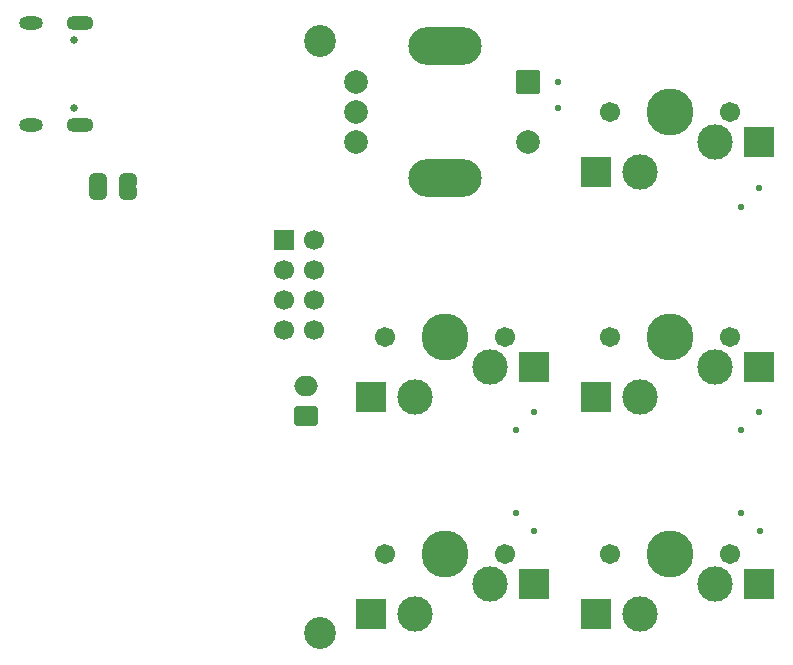
<source format=gbr>
%TF.GenerationSoftware,KiCad,Pcbnew,9.0.2*%
%TF.CreationDate,2025-07-23T19:01:54-06:00*%
%TF.ProjectId,macro devboard ESP32,6d616372-6f20-4646-9576-626f61726420,rev?*%
%TF.SameCoordinates,Original*%
%TF.FileFunction,Soldermask,Bot*%
%TF.FilePolarity,Negative*%
%FSLAX46Y46*%
G04 Gerber Fmt 4.6, Leading zero omitted, Abs format (unit mm)*
G04 Created by KiCad (PCBNEW 9.0.2) date 2025-07-23 19:01:54*
%MOMM*%
%LPD*%
G01*
G04 APERTURE LIST*
G04 Aperture macros list*
%AMRoundRect*
0 Rectangle with rounded corners*
0 $1 Rounding radius*
0 $2 $3 $4 $5 $6 $7 $8 $9 X,Y pos of 4 corners*
0 Add a 4 corners polygon primitive as box body*
4,1,4,$2,$3,$4,$5,$6,$7,$8,$9,$2,$3,0*
0 Add four circle primitives for the rounded corners*
1,1,$1+$1,$2,$3*
1,1,$1+$1,$4,$5*
1,1,$1+$1,$6,$7*
1,1,$1+$1,$8,$9*
0 Add four rect primitives between the rounded corners*
20,1,$1+$1,$2,$3,$4,$5,0*
20,1,$1+$1,$4,$5,$6,$7,0*
20,1,$1+$1,$6,$7,$8,$9,0*
20,1,$1+$1,$8,$9,$2,$3,0*%
%AMFreePoly0*
4,1,23,0.500000,-0.750000,0.000000,-0.750000,0.000000,-0.745722,-0.065263,-0.745722,-0.191342,-0.711940,-0.304381,-0.646677,-0.396677,-0.554381,-0.461940,-0.441342,-0.495722,-0.315263,-0.495722,-0.250000,-0.500000,-0.250000,-0.500000,0.250000,-0.495722,0.250000,-0.495722,0.315263,-0.461940,0.441342,-0.396677,0.554381,-0.304381,0.646677,-0.191342,0.711940,-0.065263,0.745722,0.000000,0.745722,
0.000000,0.750000,0.500000,0.750000,0.500000,-0.750000,0.500000,-0.750000,$1*%
%AMFreePoly1*
4,1,23,0.000000,0.745722,0.065263,0.745722,0.191342,0.711940,0.304381,0.646677,0.396677,0.554381,0.461940,0.441342,0.495722,0.315263,0.495722,0.250000,0.500000,0.250000,0.500000,-0.250000,0.495722,-0.250000,0.495722,-0.315263,0.461940,-0.441342,0.396677,-0.554381,0.304381,-0.646677,0.191342,-0.711940,0.065263,-0.745722,0.000000,-0.745722,0.000000,-0.750000,-0.500000,-0.750000,
-0.500000,0.750000,0.000000,0.750000,0.000000,0.745722,0.000000,0.745722,$1*%
G04 Aperture macros list end*
%ADD10C,1.701800*%
%ADD11C,3.000000*%
%ADD12C,3.987800*%
%ADD13R,2.550000X2.500000*%
%ADD14RoundRect,0.102000X-0.900000X0.900000X-0.900000X-0.900000X0.900000X-0.900000X0.900000X0.900000X0*%
%ADD15C,2.004000*%
%ADD16O,6.204000X3.204000*%
%ADD17C,2.700000*%
%ADD18C,0.650000*%
%ADD19O,2.304000X1.254000*%
%ADD20O,2.004000X1.104000*%
%ADD21RoundRect,0.125000X0.000000X-0.176777X0.176777X0.000000X0.000000X0.176777X-0.176777X0.000000X0*%
%ADD22FreePoly0,270.000000*%
%ADD23FreePoly1,270.000000*%
%ADD24RoundRect,0.250000X0.750000X-0.600000X0.750000X0.600000X-0.750000X0.600000X-0.750000X-0.600000X0*%
%ADD25O,2.000000X1.700000*%
%ADD26R,1.700000X1.700000*%
%ADD27C,1.700000*%
%ADD28RoundRect,0.125000X-0.176777X0.000000X0.000000X-0.176777X0.176777X0.000000X0.000000X0.176777X0*%
%ADD29RoundRect,0.125000X0.125000X-0.125000X0.125000X0.125000X-0.125000X0.125000X-0.125000X-0.125000X0*%
G04 APERTURE END LIST*
%TO.C,JP10*%
G36*
X198410000Y-55670000D02*
G01*
X199910000Y-55670000D01*
X199910000Y-55970000D01*
X198410000Y-55970000D01*
X198410000Y-55670000D01*
G37*
%TO.C,JP11*%
G36*
X195880000Y-55660000D02*
G01*
X197380000Y-55660000D01*
X197380000Y-55960000D01*
X195880000Y-55960000D01*
X195880000Y-55660000D01*
G37*
%TD*%
D10*
%TO.C,SW6*%
X250170000Y-86985000D03*
D11*
X248900000Y-89525000D03*
D12*
X245090000Y-86985000D03*
D11*
X242550000Y-92065000D03*
D10*
X240010000Y-86985000D03*
D13*
X238800000Y-92065000D03*
X252650000Y-89525000D03*
%TD*%
D14*
%TO.C,S1*%
X233040000Y-47020000D03*
D15*
X233040000Y-52020000D03*
X218540000Y-47020000D03*
X218540000Y-52020000D03*
X218540000Y-49520000D03*
D16*
X226040000Y-43920000D03*
X226040000Y-55120000D03*
%TD*%
D10*
%TO.C,SW9*%
X231120000Y-68570000D03*
D11*
X229850000Y-71110000D03*
D12*
X226040000Y-68570000D03*
D11*
X223500000Y-73650000D03*
D10*
X220960000Y-68570000D03*
D13*
X219750000Y-73650000D03*
X233600000Y-71110000D03*
%TD*%
D17*
%TO.C,H1*%
X215440000Y-93650000D03*
%TD*%
D18*
%TO.C,J1*%
X194640000Y-43420000D03*
X194640000Y-49200000D03*
D19*
X195140000Y-41990000D03*
X195140000Y-50630000D03*
D20*
X190960000Y-41990000D03*
X190960000Y-50630000D03*
%TD*%
D17*
%TO.C,H2*%
X215440000Y-43490000D03*
%TD*%
D10*
%TO.C,SW7*%
X250170000Y-68570000D03*
D11*
X248900000Y-71110000D03*
D12*
X245090000Y-68570000D03*
D11*
X242550000Y-73650000D03*
D10*
X240010000Y-68570000D03*
D13*
X238800000Y-73650000D03*
X252650000Y-71110000D03*
%TD*%
D10*
%TO.C,SW8*%
X231120000Y-86985000D03*
D11*
X229850000Y-89525000D03*
D12*
X226040000Y-86985000D03*
D11*
X223500000Y-92065000D03*
D10*
X220960000Y-86985000D03*
D13*
X219750000Y-92065000D03*
X233600000Y-89525000D03*
%TD*%
D10*
%TO.C,SW1*%
X250170000Y-49520000D03*
D11*
X248900000Y-52060000D03*
D12*
X245090000Y-49520000D03*
D11*
X242550000Y-54600000D03*
D10*
X240010000Y-49520000D03*
D13*
X238800000Y-54600000D03*
X252650000Y-52060000D03*
%TD*%
D21*
%TO.C,D4*%
X251094366Y-76465634D03*
X252650000Y-74910000D03*
%TD*%
%TO.C,D6*%
X232034366Y-76485634D03*
X233590000Y-74930000D03*
%TD*%
D22*
%TO.C,JP10*%
X199160000Y-55170000D03*
D23*
X199160000Y-56470000D03*
%TD*%
D24*
%TO.C,J2*%
X214260000Y-75240000D03*
D25*
X214260000Y-72740000D03*
%TD*%
D26*
%TO.C,J3*%
X212440000Y-60390000D03*
D27*
X214980000Y-60390000D03*
X212440000Y-62930000D03*
X214980000Y-62930000D03*
X212440000Y-65470000D03*
X214980000Y-65470000D03*
X212440000Y-68010000D03*
X214980000Y-68010000D03*
%TD*%
D28*
%TO.C,D3*%
X251114366Y-83474366D03*
X252670000Y-85030000D03*
%TD*%
D29*
%TO.C,D7*%
X235590000Y-49190000D03*
X235590000Y-46990000D03*
%TD*%
D22*
%TO.C,JP11*%
X196630000Y-55160000D03*
D23*
X196630000Y-56460000D03*
%TD*%
D21*
%TO.C,D2*%
X251074366Y-57545634D03*
X252630000Y-55990000D03*
%TD*%
D28*
%TO.C,D5*%
X232024366Y-83434366D03*
X233580000Y-84990000D03*
%TD*%
M02*

</source>
